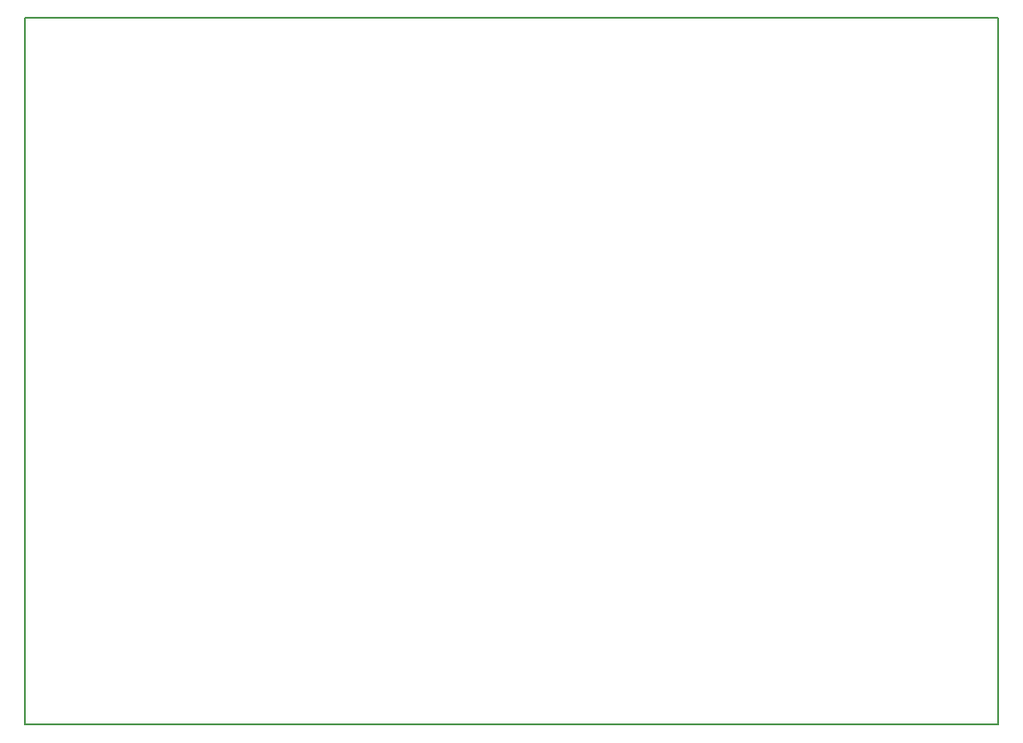
<source format=gm1>
G04 #@! TF.GenerationSoftware,KiCad,Pcbnew,(5.0.0)*
G04 #@! TF.CreationDate,2018-11-14T12:26:25-05:00*
G04 #@! TF.ProjectId,backdash,6261636B646173682E6B696361645F70,rev?*
G04 #@! TF.SameCoordinates,Original*
G04 #@! TF.FileFunction,Profile,NP*
%FSLAX46Y46*%
G04 Gerber Fmt 4.6, Leading zero omitted, Abs format (unit mm)*
G04 Created by KiCad (PCBNEW (5.0.0)) date 11/14/18 12:26:25*
%MOMM*%
%LPD*%
G01*
G04 APERTURE LIST*
%ADD10C,0.150000*%
G04 APERTURE END LIST*
D10*
X162560000Y-88900000D02*
X162560000Y-21590000D01*
X255270000Y-88900000D02*
X162560000Y-88900000D01*
X255270000Y-21590000D02*
X255270000Y-88900000D01*
X162560000Y-21590000D02*
X255270000Y-21590000D01*
M02*

</source>
